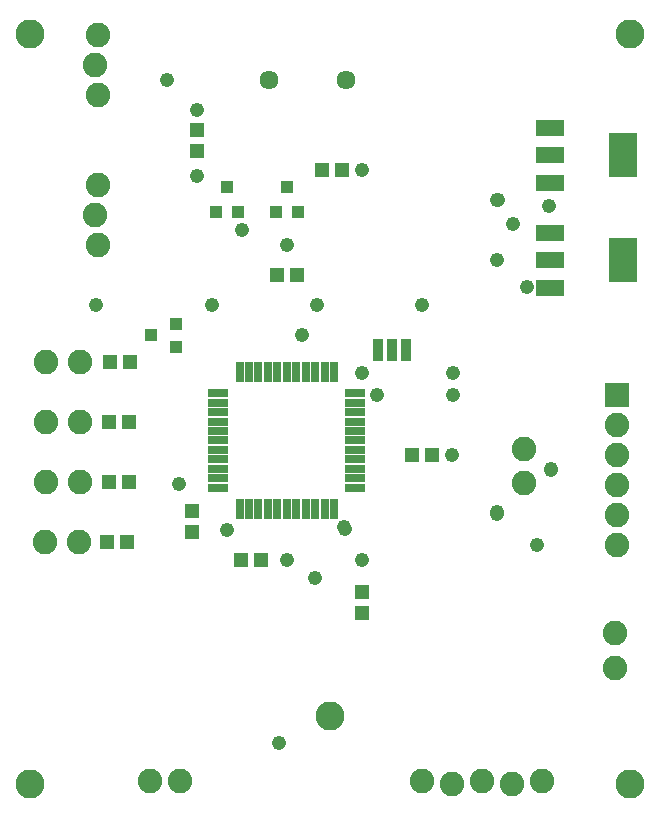
<source format=gts>
G75*
G70*
%OFA0B0*%
%FSLAX24Y24*%
%IPPOS*%
%LPD*%
%AMOC8*
5,1,8,0,0,1.08239X$1,22.5*
%
%ADD10C,0.0970*%
%ADD11R,0.0671X0.0277*%
%ADD12R,0.0277X0.0671*%
%ADD13R,0.0513X0.0474*%
%ADD14R,0.0356X0.0749*%
%ADD15C,0.0634*%
%ADD16R,0.0474X0.0513*%
%ADD17R,0.0395X0.0434*%
%ADD18R,0.0434X0.0395*%
%ADD19C,0.0820*%
%ADD20R,0.0960X0.0560*%
%ADD21R,0.0946X0.1497*%
%ADD22R,0.0820X0.0820*%
%ADD23C,0.0476*%
D10*
X001350Y001350D03*
X011350Y003600D03*
X021350Y001350D03*
X021350Y026350D03*
X001350Y026350D03*
D11*
X007617Y014375D03*
X007617Y014060D03*
X007617Y013745D03*
X007617Y013430D03*
X007617Y013115D03*
X007617Y012800D03*
X007617Y012485D03*
X007617Y012170D03*
X007617Y011855D03*
X007617Y011540D03*
X007617Y011225D03*
X012183Y011225D03*
X012183Y011540D03*
X012183Y011855D03*
X012183Y012170D03*
X012183Y012485D03*
X012183Y012800D03*
X012183Y013115D03*
X012183Y013430D03*
X012183Y013745D03*
X012183Y014060D03*
X012183Y014375D03*
D12*
X011475Y015083D03*
X011160Y015083D03*
X010845Y015083D03*
X010530Y015083D03*
X010215Y015083D03*
X009900Y015083D03*
X009585Y015083D03*
X009270Y015083D03*
X008955Y015083D03*
X008640Y015083D03*
X008325Y015083D03*
X008325Y010517D03*
X008640Y010517D03*
X008955Y010517D03*
X009270Y010517D03*
X009585Y010517D03*
X009900Y010517D03*
X010215Y010517D03*
X010530Y010517D03*
X010845Y010517D03*
X011160Y010517D03*
X011475Y010517D03*
D13*
X009035Y008800D03*
X008365Y008800D03*
X004585Y009400D03*
X003915Y009400D03*
X003965Y011400D03*
X004635Y011400D03*
X004635Y013400D03*
X003965Y013400D03*
X004015Y015400D03*
X004685Y015400D03*
X009565Y018300D03*
X010235Y018300D03*
X011065Y021800D03*
X011735Y021800D03*
X014065Y012300D03*
X014735Y012300D03*
D14*
X013872Y015800D03*
X013400Y015800D03*
X012928Y015800D03*
D15*
X011880Y024800D03*
X009320Y024800D03*
D16*
X006900Y023135D03*
X006900Y022465D03*
X006750Y010435D03*
X006750Y009765D03*
X012400Y007735D03*
X012400Y007065D03*
D17*
X010274Y020406D03*
X009900Y021233D03*
X009526Y020406D03*
X008274Y020406D03*
X007526Y020406D03*
X007900Y021233D03*
D18*
X006194Y016674D03*
X006194Y015926D03*
X005367Y016300D03*
D19*
X003020Y015400D03*
X001880Y015400D03*
X001880Y013400D03*
X003020Y013400D03*
X003020Y011400D03*
X001880Y011400D03*
X001830Y009400D03*
X002970Y009400D03*
X005350Y001450D03*
X006350Y001450D03*
X014400Y001450D03*
X015400Y001350D03*
X016400Y001450D03*
X017400Y001350D03*
X018400Y001450D03*
X020850Y005230D03*
X020850Y006370D03*
X020900Y009300D03*
X020900Y010300D03*
X020900Y011300D03*
X020900Y012300D03*
X020900Y013300D03*
X017800Y012520D03*
X017800Y011380D03*
X003600Y019300D03*
X003500Y020300D03*
X003600Y021300D03*
X003600Y024300D03*
X003500Y025300D03*
X003600Y026300D03*
D20*
X018680Y023210D03*
X018680Y022300D03*
X018680Y021390D03*
X018680Y019710D03*
X018680Y018800D03*
X018680Y017890D03*
D21*
X021120Y018800D03*
X021120Y022300D03*
D22*
X020900Y014300D03*
D23*
X018700Y011850D03*
X018700Y011800D03*
X016900Y010400D03*
X016900Y010350D03*
X018250Y009300D03*
X015400Y012300D03*
X015450Y014300D03*
X015450Y015050D03*
X014400Y017300D03*
X012400Y015050D03*
X012900Y014300D03*
X010400Y016300D03*
X010900Y017300D03*
X009900Y019300D03*
X008400Y019800D03*
X006900Y021600D03*
X006900Y023800D03*
X005900Y024800D03*
X007400Y017300D03*
X003550Y017300D03*
X006300Y011350D03*
X007900Y009800D03*
X009900Y008800D03*
X010850Y008200D03*
X011850Y009850D03*
X011800Y009900D03*
X012400Y008800D03*
X009650Y002700D03*
X017900Y017900D03*
X016900Y018800D03*
X017450Y020000D03*
X016950Y020800D03*
X016900Y020800D03*
X018650Y020600D03*
X012400Y021800D03*
M02*

</source>
